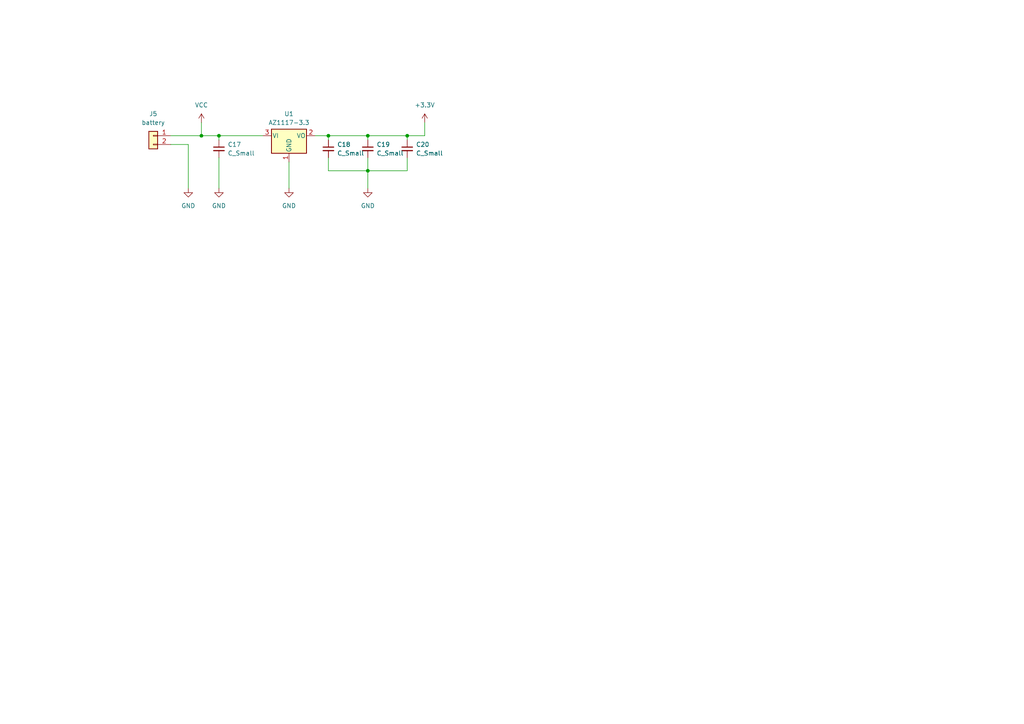
<source format=kicad_sch>
(kicad_sch (version 20230121) (generator eeschema)
  (paper "A4")
  (lib_symbols
    (symbol "Connector_Generic:Conn_01x02" (pin_names (offset 1.016) hide)
      (property "Reference" "J" (at 0 2.54 0))
      (property "Value" "Conn_01x02" (at 0 -5.08 0))
      (symbol "Conn_01x02_1_1"
        (rectangle (start -1.27 -2.413) (end 0 -2.667) (stroke (width 0.1524)))
        (rectangle (start -1.27 0.127) (end 0 -0.127) (stroke (width 0.1524)))
        (rectangle (start -1.27 1.27) (end 1.27 -3.81) (stroke (width 0.254)) (fill (type background)))
        (pin passive line (at -5.08 0 0) (length 3.81) (name "Pin_1") (number "1"))
        (pin passive line (at -5.08 -2.54 0) (length 3.81) (name "Pin_2") (number "2"))
      )
    )
    (symbol "Device:C_Small" (pin_numbers hide) (pin_names (offset 0.254) hide)
      (property "Reference" "C" (at 0.254 1.778 0))
      (property "Value" "C_Small" (at 0.254 -2.032 0))
      (symbol "C_Small_0_1"
        (polyline (pts (xy -1.524 -0.508) (xy 1.524 -0.508)) (stroke (width 0.3302)))
        (polyline (pts (xy -1.524 0.508) (xy 1.524 0.508)) (stroke (width 0.3048)))
      )
      (symbol "C_Small_1_1"
        (pin passive line (at 0 2.54 270) (length 2.032) (name "~") (number "1"))
        (pin passive line (at 0 -2.54 90) (length 2.032) (name "~") (number "2"))
      )
    )
    (symbol "Regulator_Linear:AZ1117-3.3" (pin_names (offset 0.254))
      (property "Reference" "U" (at -3.81 3.175 0))
      (property "Value" "AZ1117-3.3" (at 0 3.175 0))
      (symbol "AZ1117-3.3_0_1"
        (rectangle (start -5.08 1.905) (end 5.08 -5.08) (stroke (width 0.254)) (fill (type background)))
      )
      (symbol "AZ1117-3.3_1_1"
        (pin power_in line (at 0 -7.62 90) (length 2.54) (name "GND") (number "1"))
        (pin power_out line (at 7.62 0 180) (length 2.54) (name "VO") (number "2"))
        (pin power_in line (at -7.62 0 0) (length 2.54) (name "VI") (number "3"))
      )
    )
    (symbol "power:+3.3V" (power) (pin_names (offset 0))
      (property "Value" "+3.3V" (at 0 3.556 0))
      (symbol "+3.3V_0_1"
        (polyline (pts (xy -0.762 1.27) (xy 0 2.54)))
        (polyline (pts (xy 0 0) (xy 0 2.54)))
        (polyline (pts (xy 0 2.54) (xy 0.762 1.27)))
      )
      (symbol "+3.3V_1_1"
        (pin power_in line (at 0 0 90) (length 0) hide (name "+3.3V") (number "1"))
      )
    )
    (symbol "power:GND" (power) (pin_names (offset 0))
      (property "Value" "GND" (at 0 -3.81 0))
      (symbol "GND_0_1"
        (polyline (pts (xy 0 0) (xy 0 -1.27) (xy 1.27 -1.27) (xy 0 -2.54) (xy -1.27 -1.27) (xy 0 -1.27)))
      )
      (symbol "GND_1_1"
        (pin power_in line (at 0 0 270) (length 0) hide (name "GND") (number "1"))
      )
    )
    (symbol "power:VCC" (power) (pin_names (offset 0))
      (property "Value" "VCC" (at 0 3.81 0))
      (symbol "VCC_0_1"
        (polyline (pts (xy -0.762 1.27) (xy 0 2.54)))
        (polyline (pts (xy 0 0) (xy 0 2.54)))
        (polyline (pts (xy 0 2.54) (xy 0.762 1.27)))
      )
      (symbol "VCC_1_1"
        (pin power_in line (at 0 0 90) (length 0) hide (name "VCC") (number "1"))
      )
    )
  )
  (junction (at 118.11 39.37))
  (junction (at 58.42 39.37))
  (junction (at 63.5 39.37))
  (junction (at 106.68 49.53))
  (junction (at 106.68 39.37))
  (junction (at 95.25 39.37))
  (wire (pts (xy 49.53 41.91) (xy 54.61 41.91)))
  (wire (pts (xy 118.11 49.53) (xy 118.11 45.72)))
  (wire (pts (xy 106.68 49.53) (xy 106.68 54.61)))
  (wire (pts (xy 106.68 39.37) (xy 118.11 39.37)))
  (wire (pts (xy 63.5 39.37) (xy 76.2 39.37)))
  (wire (pts (xy 118.11 39.37) (xy 118.11 40.64)))
  (wire (pts (xy 58.42 39.37) (xy 63.5 39.37)))
  (wire (pts (xy 58.42 35.56) (xy 58.42 39.37)))
  (wire (pts (xy 95.25 45.72) (xy 95.25 49.53)))
  (wire (pts (xy 106.68 39.37) (xy 106.68 40.64)))
  (wire (pts (xy 63.5 45.72) (xy 63.5 54.61)))
  (wire (pts (xy 95.25 39.37) (xy 106.68 39.37)))
  (wire (pts (xy 54.61 41.91) (xy 54.61 54.61)))
  (wire (pts (xy 91.44 39.37) (xy 95.25 39.37)))
  (wire (pts (xy 106.68 45.72) (xy 106.68 49.53)))
  (wire (pts (xy 49.53 39.37) (xy 58.42 39.37)))
  (wire (pts (xy 83.82 46.99) (xy 83.82 54.61)))
  (wire (pts (xy 106.68 49.53) (xy 118.11 49.53)))
  (wire (pts (xy 63.5 39.37) (xy 63.5 40.64)))
  (wire (pts (xy 95.25 49.53) (xy 106.68 49.53)))
  (wire (pts (xy 118.11 39.37) (xy 123.19 39.37)))
  (wire (pts (xy 123.19 35.56) (xy 123.19 39.37)))
  (wire (pts (xy 95.25 39.37) (xy 95.25 40.64)))
  (symbol (lib_id "power:GND") (at 106.68 54.61 0) (unit 1)
    (property "Reference" "#PWR031" (effects hide))
    (property "Value" "GND" (at 106.68 59.69 0))
  )
  (symbol (lib_id "power:GND") (at 83.82 54.61 0) (unit 1)
    (property "Reference" "#PWR028" (effects hide))
    (property "Value" "GND" (at 83.82 59.69 0))
  )
  (symbol (lib_id "power:GND") (at 63.5 54.61 0) (unit 1)
    (property "Reference" "#PWR030" (effects hide))
    (property "Value" "GND" (at 63.5 59.69 0))
  )
  (symbol (lib_id "power:GND") (at 54.61 54.61 0) (unit 1)
    (property "Reference" "#PWR026" (effects hide))
    (property "Value" "GND" (at 54.61 59.69 0))
  )
  (symbol (lib_id "Device:C_Small") (at 106.68 43.18 0) (unit 1)
    (property "Reference" "C19" (at 109.22 41.9163 0) (effects (justify left)))
    (property "Value" "C_Small" (at 109.22 44.4563 0) (effects (justify left)))
  )
  (symbol (lib_id "Device:C_Small") (at 95.25 43.18 0) (unit 1)
    (property "Reference" "C18" (at 97.79 41.9163 0) (effects (justify left)))
    (property "Value" "C_Small" (at 97.79 44.4563 0) (effects (justify left)))
  )
  (symbol (lib_id "power:+3.3V") (at 123.19 35.56 0) (unit 1)
    (property "Reference" "#PWR029" (effects hide))
    (property "Value" "+3.3V" (at 123.19 30.48 0))
  )
  (symbol (lib_id "power:VCC") (at 58.42 35.56 0) (unit 1)
    (property "Reference" "#PWR027" (effects hide))
    (property "Value" "VCC" (at 58.42 30.48 0))
  )
  (symbol (lib_id "Connector_Generic:Conn_01x02") (at 44.45 39.37 0) (mirror y) (unit 1)
    (property "Reference" "J5" (at 44.45 33.02 0))
    (property "Value" "battery" (at 44.45 35.56 0))
  )
  (symbol (lib_id "Device:C_Small") (at 63.5 43.18 0) (unit 1)
    (property "Reference" "C17" (at 66.04 41.9163 0) (effects (justify left)))
    (property "Value" "C_Small" (at 66.04 44.4563 0) (effects (justify left)))
  )
  (symbol (lib_id "Device:C_Small") (at 118.11 43.18 0) (unit 1)
    (property "Reference" "C20" (at 120.65 41.9163 0) (effects (justify left)))
    (property "Value" "C_Small" (at 120.65 44.4563 0) (effects (justify left)))
  )
  (symbol (lib_id "Regulator_Linear:AZ1117-3.3") (at 83.82 39.37 0) (unit 1)
    (property "Reference" "U1" (at 83.82 33.02 0))
    (property "Value" "AZ1117-3.3" (at 83.82 35.56 0))
    (property "Datasheet" "https://www.diodes.com/assets/Datasheets/AZ1117.pdf" (effects hide))
  )
)
</source>
